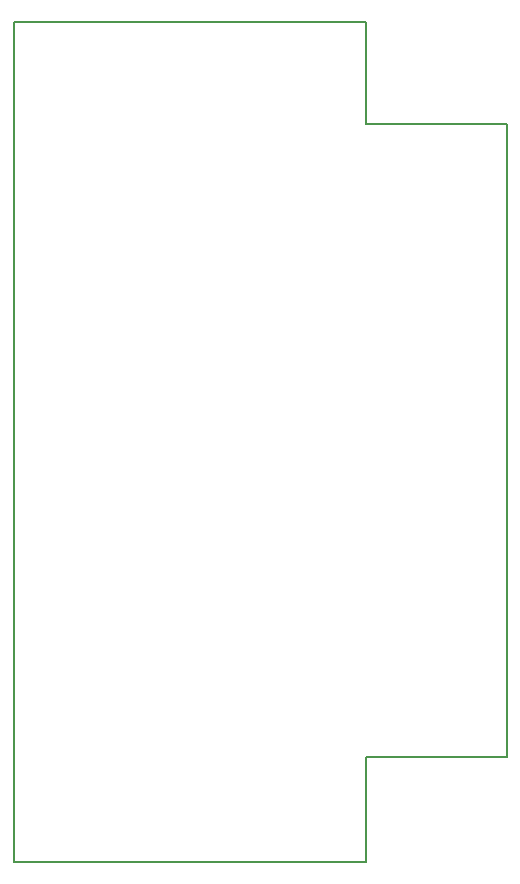
<source format=gm1>
G04 #@! TF.GenerationSoftware,KiCad,Pcbnew,(5.0.0)*
G04 #@! TF.CreationDate,2018-10-25T16:10:50+01:00*
G04 #@! TF.ProjectId,Port_Expander,506F72745F457870616E6465722E6B69,rev?*
G04 #@! TF.SameCoordinates,Original*
G04 #@! TF.FileFunction,Profile,NP*
%FSLAX46Y46*%
G04 Gerber Fmt 4.6, Leading zero omitted, Abs format (unit mm)*
G04 Created by KiCad (PCBNEW (5.0.0)) date 10/25/18 16:10:50*
%MOMM*%
%LPD*%
G01*
G04 APERTURE LIST*
%ADD10C,0.150000*%
%ADD11C,0.200000*%
G04 APERTURE END LIST*
D10*
X147193000Y-88392000D02*
X147193000Y-79756000D01*
X159131000Y-88392000D02*
X147193000Y-88392000D01*
X159131000Y-141986000D02*
X159131000Y-88392000D01*
X147193000Y-141986000D02*
X159131000Y-141986000D01*
X147193000Y-150876000D02*
X147193000Y-141986000D01*
X117348000Y-79756000D02*
X147193000Y-79756000D01*
X117348000Y-82804000D02*
X117348000Y-79756000D01*
X117348000Y-150876000D02*
X147193000Y-150876000D01*
X117348000Y-147574000D02*
X117348000Y-150876000D01*
D11*
X117348000Y-147574000D02*
X117348000Y-82804000D01*
M02*

</source>
